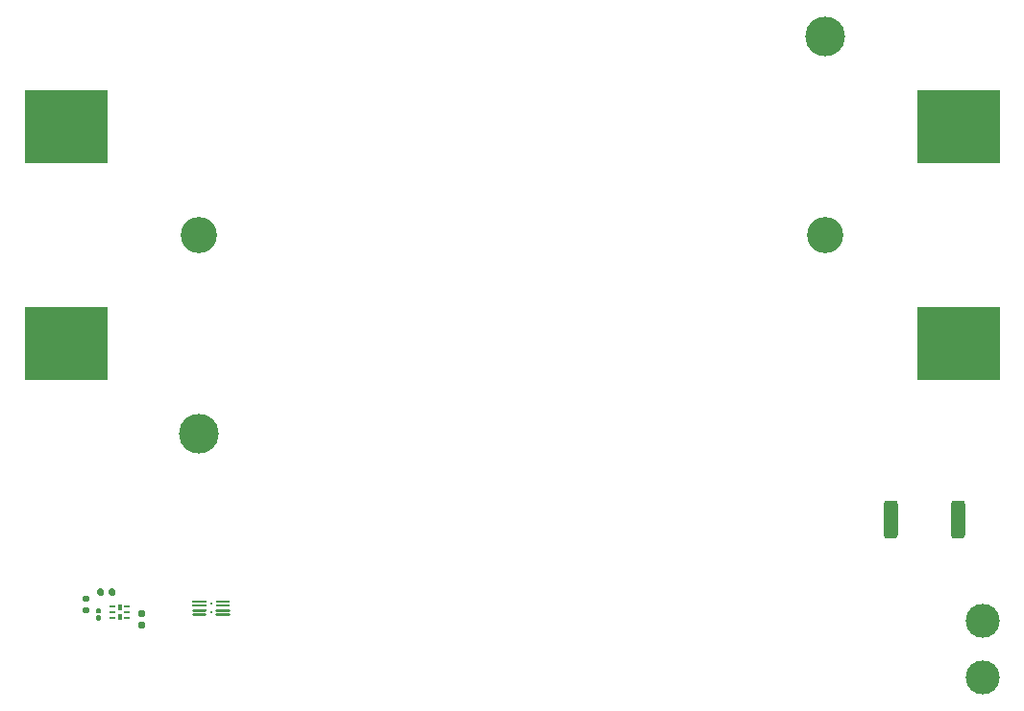
<source format=gts>
G04 #@! TF.GenerationSoftware,KiCad,Pcbnew,(5.1.10)-1*
G04 #@! TF.CreationDate,2021-12-10T13:20:38-08:00*
G04 #@! TF.ProjectId,BQ298xyz,42513239-3878-4797-9a2e-6b696361645f,rev?*
G04 #@! TF.SameCoordinates,Original*
G04 #@! TF.FileFunction,Soldermask,Top*
G04 #@! TF.FilePolarity,Negative*
%FSLAX46Y46*%
G04 Gerber Fmt 4.6, Leading zero omitted, Abs format (unit mm)*
G04 Created by KiCad (PCBNEW (5.1.10)-1) date 2021-12-10 13:20:38*
%MOMM*%
%LPD*%
G01*
G04 APERTURE LIST*
%ADD10C,0.250000*%
%ADD11C,3.000000*%
%ADD12R,0.300000X0.600000*%
%ADD13R,0.530000X0.250000*%
%ADD14C,3.500000*%
%ADD15C,3.200000*%
%ADD16R,7.300000X6.400000*%
G04 APERTURE END LIST*
G36*
G01*
X123315000Y-119335000D02*
X123315000Y-119335000D01*
G75*
G02*
X123415000Y-119235000I100000J0D01*
G01*
X124535000Y-119235000D01*
G75*
G02*
X124635000Y-119335000I0J-100000D01*
G01*
X124635000Y-119335000D01*
G75*
G02*
X124535000Y-119435000I-100000J0D01*
G01*
X123415000Y-119435000D01*
G75*
G02*
X123315000Y-119335000I0J100000D01*
G01*
G37*
G36*
G01*
X121245000Y-119335000D02*
X121245000Y-119335000D01*
G75*
G02*
X121345000Y-119235000I100000J0D01*
G01*
X122465000Y-119235000D01*
G75*
G02*
X122565000Y-119335000I0J-100000D01*
G01*
X122565000Y-119335000D01*
G75*
G02*
X122465000Y-119435000I-100000J0D01*
G01*
X121345000Y-119435000D01*
G75*
G02*
X121245000Y-119335000I0J100000D01*
G01*
G37*
G36*
G01*
X123315000Y-120485000D02*
X123315000Y-120485000D01*
G75*
G02*
X123415000Y-120385000I100000J0D01*
G01*
X124535000Y-120385000D01*
G75*
G02*
X124635000Y-120485000I0J-100000D01*
G01*
X124635000Y-120485000D01*
G75*
G02*
X124535000Y-120585000I-100000J0D01*
G01*
X123415000Y-120585000D01*
G75*
G02*
X123315000Y-120485000I0J100000D01*
G01*
G37*
G36*
G01*
X121245000Y-120485000D02*
X121245000Y-120485000D01*
G75*
G02*
X121345000Y-120385000I100000J0D01*
G01*
X122465000Y-120385000D01*
G75*
G02*
X122565000Y-120485000I0J-100000D01*
G01*
X122565000Y-120485000D01*
G75*
G02*
X122465000Y-120585000I-100000J0D01*
G01*
X121345000Y-120585000D01*
G75*
G02*
X121245000Y-120485000I0J100000D01*
G01*
G37*
D10*
X122940000Y-119510000D03*
X122940000Y-120310000D03*
G36*
G01*
X123315000Y-120135000D02*
X123315000Y-120135000D01*
G75*
G02*
X123415000Y-120035000I100000J0D01*
G01*
X124535000Y-120035000D01*
G75*
G02*
X124635000Y-120135000I0J-100000D01*
G01*
X124635000Y-120135000D01*
G75*
G02*
X124535000Y-120235000I-100000J0D01*
G01*
X123415000Y-120235000D01*
G75*
G02*
X123315000Y-120135000I0J100000D01*
G01*
G37*
G36*
G01*
X121245000Y-120135000D02*
X121245000Y-120135000D01*
G75*
G02*
X121345000Y-120035000I100000J0D01*
G01*
X122465000Y-120035000D01*
G75*
G02*
X122565000Y-120135000I0J-100000D01*
G01*
X122565000Y-120135000D01*
G75*
G02*
X122465000Y-120235000I-100000J0D01*
G01*
X121345000Y-120235000D01*
G75*
G02*
X121245000Y-120135000I0J100000D01*
G01*
G37*
G36*
G01*
X123315000Y-119685000D02*
X123315000Y-119685000D01*
G75*
G02*
X123415000Y-119585000I100000J0D01*
G01*
X124535000Y-119585000D01*
G75*
G02*
X124635000Y-119685000I0J-100000D01*
G01*
X124635000Y-119685000D01*
G75*
G02*
X124535000Y-119785000I-100000J0D01*
G01*
X123415000Y-119785000D01*
G75*
G02*
X123315000Y-119685000I0J100000D01*
G01*
G37*
G36*
G01*
X121245000Y-119685000D02*
X121245000Y-119685000D01*
G75*
G02*
X121345000Y-119585000I100000J0D01*
G01*
X122465000Y-119585000D01*
G75*
G02*
X122565000Y-119685000I0J-100000D01*
G01*
X122565000Y-119685000D01*
G75*
G02*
X122465000Y-119785000I-100000J0D01*
G01*
X121345000Y-119785000D01*
G75*
G02*
X121245000Y-119685000I0J100000D01*
G01*
G37*
D11*
X190900000Y-121000000D03*
X190900000Y-126000000D03*
G36*
G01*
X183450000Y-110675000D02*
X183450000Y-113525000D01*
G75*
G02*
X183200000Y-113775000I-250000J0D01*
G01*
X182475000Y-113775000D01*
G75*
G02*
X182225000Y-113525000I0J250000D01*
G01*
X182225000Y-110675000D01*
G75*
G02*
X182475000Y-110425000I250000J0D01*
G01*
X183200000Y-110425000D01*
G75*
G02*
X183450000Y-110675000I0J-250000D01*
G01*
G37*
G36*
G01*
X189375000Y-110675000D02*
X189375000Y-113525000D01*
G75*
G02*
X189125000Y-113775000I-250000J0D01*
G01*
X188400000Y-113775000D01*
G75*
G02*
X188150000Y-113525000I0J250000D01*
G01*
X188150000Y-110675000D01*
G75*
G02*
X188400000Y-110425000I250000J0D01*
G01*
X189125000Y-110425000D01*
G75*
G02*
X189375000Y-110675000I0J-250000D01*
G01*
G37*
D12*
X114872501Y-119820000D03*
D13*
X115510001Y-119745000D03*
X115510001Y-120245000D03*
X115510001Y-120745000D03*
D12*
X114872501Y-120670000D03*
D13*
X114235001Y-120745000D03*
X114235001Y-120245000D03*
X114235001Y-119745000D03*
D14*
X177074999Y-69484999D03*
D15*
X177074999Y-86984999D03*
D14*
X121874999Y-104484999D03*
D15*
X121874999Y-86984999D03*
D16*
X188824999Y-77434999D03*
X188824999Y-96534999D03*
X110124999Y-96534999D03*
X110124999Y-77434999D03*
G36*
G01*
X116985000Y-120660000D02*
X116615000Y-120660000D01*
G75*
G02*
X116480000Y-120525000I0J135000D01*
G01*
X116480000Y-120255000D01*
G75*
G02*
X116615000Y-120120000I135000J0D01*
G01*
X116985000Y-120120000D01*
G75*
G02*
X117120000Y-120255000I0J-135000D01*
G01*
X117120000Y-120525000D01*
G75*
G02*
X116985000Y-120660000I-135000J0D01*
G01*
G37*
G36*
G01*
X116985000Y-121680000D02*
X116615000Y-121680000D01*
G75*
G02*
X116480000Y-121545000I0J135000D01*
G01*
X116480000Y-121275000D01*
G75*
G02*
X116615000Y-121140000I135000J0D01*
G01*
X116985000Y-121140000D01*
G75*
G02*
X117120000Y-121275000I0J-135000D01*
G01*
X117120000Y-121545000D01*
G75*
G02*
X116985000Y-121680000I-135000J0D01*
G01*
G37*
G36*
G01*
X113930000Y-118685000D02*
X113930000Y-118315000D01*
G75*
G02*
X114065000Y-118180000I135000J0D01*
G01*
X114335000Y-118180000D01*
G75*
G02*
X114470000Y-118315000I0J-135000D01*
G01*
X114470000Y-118685000D01*
G75*
G02*
X114335000Y-118820000I-135000J0D01*
G01*
X114065000Y-118820000D01*
G75*
G02*
X113930000Y-118685000I0J135000D01*
G01*
G37*
G36*
G01*
X112910000Y-118685000D02*
X112910000Y-118315000D01*
G75*
G02*
X113045000Y-118180000I135000J0D01*
G01*
X113315000Y-118180000D01*
G75*
G02*
X113450000Y-118315000I0J-135000D01*
G01*
X113450000Y-118685000D01*
G75*
G02*
X113315000Y-118820000I-135000J0D01*
G01*
X113045000Y-118820000D01*
G75*
G02*
X112910000Y-118685000I0J135000D01*
G01*
G37*
G36*
G01*
X111715000Y-119840000D02*
X112085000Y-119840000D01*
G75*
G02*
X112220000Y-119975000I0J-135000D01*
G01*
X112220000Y-120245000D01*
G75*
G02*
X112085000Y-120380000I-135000J0D01*
G01*
X111715000Y-120380000D01*
G75*
G02*
X111580000Y-120245000I0J135000D01*
G01*
X111580000Y-119975000D01*
G75*
G02*
X111715000Y-119840000I135000J0D01*
G01*
G37*
G36*
G01*
X111715000Y-118820000D02*
X112085000Y-118820000D01*
G75*
G02*
X112220000Y-118955000I0J-135000D01*
G01*
X112220000Y-119225000D01*
G75*
G02*
X112085000Y-119360000I-135000J0D01*
G01*
X111715000Y-119360000D01*
G75*
G02*
X111580000Y-119225000I0J135000D01*
G01*
X111580000Y-118955000D01*
G75*
G02*
X111715000Y-118820000I135000J0D01*
G01*
G37*
G36*
G01*
X112900000Y-120570000D02*
X113100000Y-120570000D01*
G75*
G02*
X113200000Y-120670000I0J-100000D01*
G01*
X113200000Y-120930000D01*
G75*
G02*
X113100000Y-121030000I-100000J0D01*
G01*
X112900000Y-121030000D01*
G75*
G02*
X112800000Y-120930000I0J100000D01*
G01*
X112800000Y-120670000D01*
G75*
G02*
X112900000Y-120570000I100000J0D01*
G01*
G37*
G36*
G01*
X112900000Y-119930000D02*
X113100000Y-119930000D01*
G75*
G02*
X113200000Y-120030000I0J-100000D01*
G01*
X113200000Y-120290000D01*
G75*
G02*
X113100000Y-120390000I-100000J0D01*
G01*
X112900000Y-120390000D01*
G75*
G02*
X112800000Y-120290000I0J100000D01*
G01*
X112800000Y-120030000D01*
G75*
G02*
X112900000Y-119930000I100000J0D01*
G01*
G37*
M02*

</source>
